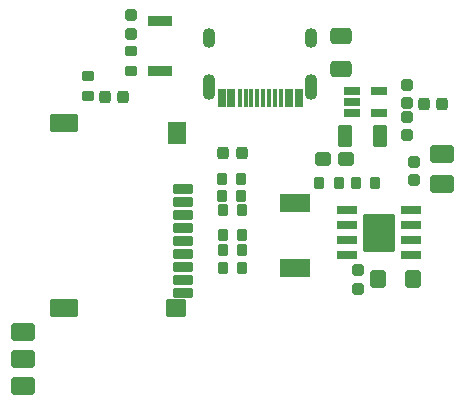
<source format=gbr>
%TF.GenerationSoftware,KiCad,Pcbnew,7.0.8*%
%TF.CreationDate,2023-11-14T14:25:30+07:00*%
%TF.ProjectId,Pixracer_clone,50697872-6163-4657-925f-636c6f6e652e,rev?*%
%TF.SameCoordinates,Original*%
%TF.FileFunction,Soldermask,Bot*%
%TF.FilePolarity,Negative*%
%FSLAX46Y46*%
G04 Gerber Fmt 4.6, Leading zero omitted, Abs format (unit mm)*
G04 Created by KiCad (PCBNEW 7.0.8) date 2023-11-14 14:25:30*
%MOMM*%
%LPD*%
G01*
G04 APERTURE LIST*
G04 Aperture macros list*
%AMRoundRect*
0 Rectangle with rounded corners*
0 $1 Rounding radius*
0 $2 $3 $4 $5 $6 $7 $8 $9 X,Y pos of 4 corners*
0 Add a 4 corners polygon primitive as box body*
4,1,4,$2,$3,$4,$5,$6,$7,$8,$9,$2,$3,0*
0 Add four circle primitives for the rounded corners*
1,1,$1+$1,$2,$3*
1,1,$1+$1,$4,$5*
1,1,$1+$1,$6,$7*
1,1,$1+$1,$8,$9*
0 Add four rect primitives between the rounded corners*
20,1,$1+$1,$2,$3,$4,$5,0*
20,1,$1+$1,$4,$5,$6,$7,0*
20,1,$1+$1,$6,$7,$8,$9,0*
20,1,$1+$1,$8,$9,$2,$3,0*%
G04 Aperture macros list end*
%ADD10RoundRect,0.250000X-0.200000X-0.275000X0.200000X-0.275000X0.200000X0.275000X-0.200000X0.275000X0*%
%ADD11RoundRect,0.275000X0.250000X-0.225000X0.250000X0.225000X-0.250000X0.225000X-0.250000X-0.225000X0*%
%ADD12RoundRect,0.250000X0.200000X0.275000X-0.200000X0.275000X-0.200000X-0.275000X0.200000X-0.275000X0*%
%ADD13RoundRect,0.300000X0.400000X0.450000X-0.400000X0.450000X-0.400000X-0.450000X0.400000X-0.450000X0*%
%ADD14RoundRect,0.250000X0.275000X-0.200000X0.275000X0.200000X-0.275000X0.200000X-0.275000X-0.200000X0*%
%ADD15RoundRect,0.300000X-0.325000X-0.650000X0.325000X-0.650000X0.325000X0.650000X-0.325000X0.650000X0*%
%ADD16RoundRect,0.425000X-0.625000X-0.375000X0.625000X-0.375000X0.625000X0.375000X-0.625000X0.375000X0*%
%ADD17RoundRect,0.250000X0.800000X-0.200000X0.800000X0.200000X-0.800000X0.200000X-0.800000X-0.200000X0*%
%ADD18RoundRect,0.300000X-0.625000X0.375000X-0.625000X-0.375000X0.625000X-0.375000X0.625000X0.375000X0*%
%ADD19RoundRect,0.275000X0.225000X0.250000X-0.225000X0.250000X-0.225000X-0.250000X0.225000X-0.250000X0*%
%ADD20RoundRect,0.200000X-0.512500X-0.150000X0.512500X-0.150000X0.512500X0.150000X-0.512500X0.150000X0*%
%ADD21RoundRect,0.050000X-0.775000X-0.300000X0.775000X-0.300000X0.775000X0.300000X-0.775000X0.300000X0*%
%ADD22RoundRect,0.050000X-1.300000X-1.550000X1.300000X-1.550000X1.300000X1.550000X-1.300000X1.550000X0*%
%ADD23RoundRect,0.300000X-0.400000X-0.275000X0.400000X-0.275000X0.400000X0.275000X-0.400000X0.275000X0*%
%ADD24RoundRect,0.275000X-0.225000X-0.250000X0.225000X-0.250000X0.225000X0.250000X-0.225000X0.250000X0*%
%ADD25RoundRect,0.275000X-0.250000X0.225000X-0.250000X-0.225000X0.250000X-0.225000X0.250000X0.225000X0*%
%ADD26RoundRect,0.050000X-0.300000X-0.725000X0.300000X-0.725000X0.300000X0.725000X-0.300000X0.725000X0*%
%ADD27RoundRect,0.050000X-0.150000X-0.725000X0.150000X-0.725000X0.150000X0.725000X-0.150000X0.725000X0*%
%ADD28O,1.100000X1.700000*%
%ADD29O,1.100000X2.200000*%
%ADD30RoundRect,0.050000X1.200000X-0.750000X1.200000X0.750000X-1.200000X0.750000X-1.200000X-0.750000X0*%
%ADD31RoundRect,0.050000X0.800000X-0.350000X0.800000X0.350000X-0.800000X0.350000X-0.800000X-0.350000X0*%
%ADD32RoundRect,0.050000X0.800000X-0.700000X0.800000X0.700000X-0.800000X0.700000X-0.800000X-0.700000X0*%
%ADD33RoundRect,0.050000X1.100000X-0.700000X1.100000X0.700000X-1.100000X0.700000X-1.100000X-0.700000X0*%
%ADD34RoundRect,0.050000X0.700000X-0.900000X0.700000X0.900000X-0.700000X0.900000X-0.700000X-0.900000X0*%
%ADD35RoundRect,0.425000X0.625000X0.375000X-0.625000X0.375000X-0.625000X-0.375000X0.625000X-0.375000X0*%
%ADD36RoundRect,0.250000X-0.275000X0.200000X-0.275000X-0.200000X0.275000X-0.200000X0.275000X0.200000X0*%
G04 APERTURE END LIST*
D10*
%TO.C,R20*%
X131450000Y-96690000D03*
X133100000Y-96690000D03*
%TD*%
D11*
%TO.C,C5*%
X136400000Y-96475000D03*
X136400000Y-94925000D03*
%TD*%
D12*
%TO.C,R14*%
X121825000Y-99000000D03*
X120175000Y-99000000D03*
%TD*%
D13*
%TO.C,D2*%
X136250000Y-104890000D03*
X133350000Y-104890000D03*
%TD*%
D14*
%TO.C,R9*%
X112400000Y-87200000D03*
X112400000Y-85550000D03*
%TD*%
D15*
%TO.C,C35*%
X130525000Y-92700000D03*
X133475000Y-92700000D03*
%TD*%
D16*
%TO.C,J2*%
X103300000Y-113900000D03*
X103300000Y-111600000D03*
X103300000Y-109300000D03*
%TD*%
D11*
%TO.C,C40*%
X135800000Y-92675000D03*
X135800000Y-91125000D03*
%TD*%
D17*
%TO.C,SW2*%
X114900000Y-87200000D03*
X114900000Y-83000000D03*
%TD*%
D18*
%TO.C,D1*%
X130200000Y-84300000D03*
X130200000Y-87100000D03*
%TD*%
D19*
%TO.C,C15*%
X138775000Y-90000000D03*
X137225000Y-90000000D03*
%TD*%
D10*
%TO.C,R19*%
X128350000Y-96690000D03*
X130000000Y-96690000D03*
%TD*%
D20*
%TO.C,U10*%
X131100000Y-90800000D03*
X131100000Y-89850000D03*
X131100000Y-88900000D03*
X133375000Y-88900000D03*
X133375000Y-90800000D03*
%TD*%
D21*
%TO.C,U5*%
X130700000Y-102840000D03*
X130700000Y-101570000D03*
X130700000Y-100300000D03*
X130700000Y-99030000D03*
X136100000Y-99030000D03*
X136100000Y-100300000D03*
X136100000Y-101570000D03*
X136100000Y-102840000D03*
D22*
X133400000Y-100935000D03*
%TD*%
D12*
%TO.C,R15*%
X121735000Y-97800000D03*
X120085000Y-97800000D03*
%TD*%
%TO.C,R11*%
X121825000Y-102400000D03*
X120175000Y-102400000D03*
%TD*%
D23*
%TO.C,C11*%
X128625000Y-94690000D03*
X130575000Y-94690000D03*
%TD*%
D12*
%TO.C,R17*%
X121735000Y-96400000D03*
X120085000Y-96400000D03*
%TD*%
%TO.C,R12*%
X121825000Y-103900000D03*
X120175000Y-103900000D03*
%TD*%
D11*
%TO.C,C10*%
X135800000Y-89975000D03*
X135800000Y-88425000D03*
%TD*%
D24*
%TO.C,C7*%
X110200000Y-89400000D03*
X111750000Y-89400000D03*
%TD*%
D12*
%TO.C,R13*%
X121825000Y-101100000D03*
X120175000Y-101100000D03*
%TD*%
D11*
%TO.C,C14*%
X112400000Y-84075000D03*
X112400000Y-82525000D03*
%TD*%
D25*
%TO.C,C12*%
X131600000Y-104115000D03*
X131600000Y-105665000D03*
%TD*%
D26*
%TO.C,P1*%
X120100000Y-89500000D03*
X120900000Y-89500000D03*
D27*
X122100000Y-89500000D03*
X123100000Y-89500000D03*
X123600000Y-89500000D03*
X124600000Y-89500000D03*
D26*
X125800000Y-89500000D03*
X126600000Y-89500000D03*
X126600000Y-89500000D03*
X125800000Y-89500000D03*
D27*
X125100000Y-89500000D03*
X124100000Y-89500000D03*
X122600000Y-89500000D03*
X121600000Y-89500000D03*
D26*
X120900000Y-89500000D03*
X120100000Y-89500000D03*
D28*
X119030000Y-84405000D03*
D29*
X119030000Y-88585000D03*
D28*
X127670000Y-84405000D03*
D29*
X127670000Y-88585000D03*
%TD*%
D30*
%TO.C,L1*%
X126300000Y-103950000D03*
X126300000Y-98450000D03*
%TD*%
D19*
%TO.C,C41*%
X121775000Y-94200000D03*
X120225000Y-94200000D03*
%TD*%
D31*
%TO.C,J18*%
X116800000Y-97200000D03*
X116800000Y-98300000D03*
X116800000Y-99400000D03*
X116800000Y-100500000D03*
X116800000Y-101600000D03*
X116800000Y-102700000D03*
X116800000Y-103800000D03*
X116800000Y-104900000D03*
X116800000Y-106000000D03*
D32*
X116200000Y-107300000D03*
D33*
X106700000Y-107300000D03*
X106700000Y-91600000D03*
D34*
X116300000Y-92500000D03*
%TD*%
D35*
%TO.C,J19*%
X138700000Y-94300000D03*
X138700000Y-96800000D03*
%TD*%
D36*
%TO.C,R1*%
X108800000Y-87675000D03*
X108800000Y-89325000D03*
%TD*%
M02*

</source>
